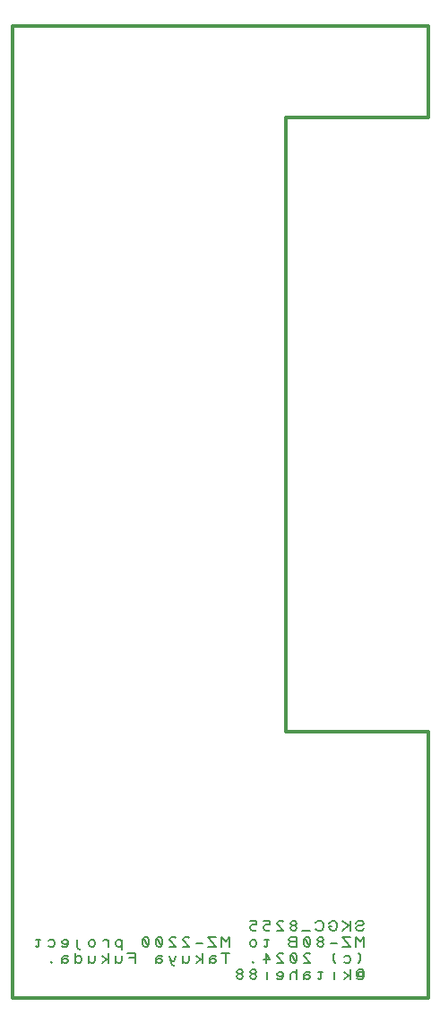
<source format=gbo>
G04 DesignSpark PCB Gerber Version 11.0 Build 5877*
%FSLAX35Y35*%
%MOIN*%
%ADD28C,0.00500*%
%ADD10C,0.01200*%
X0Y0D02*
D02*
D10*
X87779Y25765D02*
Y387128D01*
X242514D01*
Y353055D01*
X189685D01*
Y124858D01*
X242514D01*
Y25765D01*
X87779D01*
D02*
D28*
X218756Y51710D02*
X218444Y51085D01*
X217819Y50772D01*
X216569D01*
X215944Y51085D01*
X215631Y51710D01*
X215944Y52335D01*
X216569Y52647D01*
X217819D01*
X218444Y52960D01*
X218756Y53585D01*
X218444Y54210D01*
X217819Y54522D01*
X216569D01*
X215944Y54210D01*
X215631Y53585D01*
X213756Y50772D02*
Y54522D01*
Y52647D02*
X212819D01*
X210631Y54522D01*
X212819Y52647D02*
X210631Y50772D01*
X206569Y52335D02*
X205631D01*
Y52022D01*
X205944Y51397D01*
X206256Y51085D01*
X206881Y50772D01*
X207506D01*
X208131Y51085D01*
X208444Y51397D01*
X208756Y52022D01*
Y53272D01*
X208444Y53897D01*
X208131Y54210D01*
X207506Y54522D01*
X206881D01*
X206256Y54210D01*
X205944Y53897D01*
X205631Y53272D01*
X200631Y51397D02*
X200944Y51085D01*
X201569Y50772D01*
X202506D01*
X203131Y51085D01*
X203444Y51397D01*
X203756Y52022D01*
Y53272D01*
X203444Y53897D01*
X203131Y54210D01*
X202506Y54522D01*
X201569D01*
X200944Y54210D01*
X200631Y53897D01*
X198756Y50772D02*
X195631D01*
X192819Y52647D02*
X192194D01*
X191569Y52960D01*
X191256Y53585D01*
X191569Y54210D01*
X192194Y54522D01*
X192819D01*
X193444Y54210D01*
X193756Y53585D01*
X193444Y52960D01*
X192819Y52647D01*
X193444Y52335D01*
X193756Y51710D01*
X193444Y51085D01*
X192819Y50772D01*
X192194D01*
X191569Y51085D01*
X191256Y51710D01*
X191569Y52335D01*
X192194Y52647D01*
X186256Y50772D02*
X188756D01*
X186569Y52960D01*
X186256Y53585D01*
X186569Y54210D01*
X187194Y54522D01*
X188131D01*
X188756Y54210D01*
X183756Y51085D02*
X183131Y50772D01*
X182194D01*
X181569Y51085D01*
X181256Y51710D01*
Y52022D01*
X181569Y52647D01*
X182194Y52960D01*
X183756D01*
Y54522D01*
X181256D01*
X178756Y51085D02*
X178131Y50772D01*
X177194D01*
X176569Y51085D01*
X176256Y51710D01*
Y52022D01*
X176569Y52647D01*
X177194Y52960D01*
X178756D01*
Y54522D01*
X176256D01*
X218756Y44772D02*
Y48522D01*
X217194Y46647D01*
X215631Y48522D01*
Y44772D01*
X213756Y48522D02*
X210631D01*
X213756Y44772D01*
X210631D01*
X208756Y46022D02*
X206256D01*
X202819Y46647D02*
X202194D01*
X201569Y46960D01*
X201256Y47585D01*
X201569Y48210D01*
X202194Y48522D01*
X202819D01*
X203444Y48210D01*
X203756Y47585D01*
X203444Y46960D01*
X202819Y46647D01*
X203444Y46335D01*
X203756Y45710D01*
X203444Y45085D01*
X202819Y44772D01*
X202194D01*
X201569Y45085D01*
X201256Y45710D01*
X201569Y46335D01*
X202194Y46647D01*
X198444Y45085D02*
X197819Y44772D01*
X197194D01*
X196569Y45085D01*
X196256Y45710D01*
Y47585D01*
X196569Y48210D01*
X197194Y48522D01*
X197819D01*
X198444Y48210D01*
X198756Y47585D01*
Y45710D01*
X198444Y45085D01*
X196569Y48210D01*
X191569Y46647D02*
X190944Y46335D01*
X190631Y45710D01*
X190944Y45085D01*
X191569Y44772D01*
X193756D01*
Y48522D01*
X191569D01*
X190944Y48210D01*
X190631Y47585D01*
X190944Y46960D01*
X191569Y46647D01*
X193756D01*
X183235Y47272D02*
X181777D01*
X182506Y47897D02*
Y45085D01*
X182194Y44772D01*
X181881D01*
X181569Y45085D01*
X178756Y45710D02*
X178444Y45085D01*
X177819Y44772D01*
X177194D01*
X176569Y45085D01*
X176256Y45710D01*
Y46335D01*
X176569Y46960D01*
X177194Y47272D01*
X177819D01*
X178444Y46960D01*
X178756Y46335D01*
Y45710D01*
X168756Y44772D02*
Y48522D01*
X167194Y46647D01*
X165631Y48522D01*
Y44772D01*
X163756Y48522D02*
X160631D01*
X163756Y44772D01*
X160631D01*
X158756Y46022D02*
X156256D01*
X151256Y44772D02*
X153756D01*
X151569Y46960D01*
X151256Y47585D01*
X151569Y48210D01*
X152194Y48522D01*
X153131D01*
X153756Y48210D01*
X146256Y44772D02*
X148756D01*
X146569Y46960D01*
X146256Y47585D01*
X146569Y48210D01*
X147194Y48522D01*
X148131D01*
X148756Y48210D01*
X143444Y45085D02*
X142819Y44772D01*
X142194D01*
X141569Y45085D01*
X141256Y45710D01*
Y47585D01*
X141569Y48210D01*
X142194Y48522D01*
X142819D01*
X143444Y48210D01*
X143756Y47585D01*
Y45710D01*
X143444Y45085D01*
X141569Y48210D01*
X138444Y45085D02*
X137819Y44772D01*
X137194D01*
X136569Y45085D01*
X136256Y45710D01*
Y47585D01*
X136569Y48210D01*
X137194Y48522D01*
X137819D01*
X138444Y48210D01*
X138756Y47585D01*
Y45710D01*
X138444Y45085D01*
X136569Y48210D01*
X128756Y47272D02*
Y43835D01*
Y45710D02*
X128444Y45085D01*
X127819Y44772D01*
X127194D01*
X126569Y45085D01*
X126256Y45710D01*
Y46335D01*
X126569Y46960D01*
X127194Y47272D01*
X127819D01*
X128444Y46960D01*
X128756Y46335D01*
Y45710D01*
X123756Y44772D02*
Y47272D01*
Y46335D02*
X123444Y46960D01*
X122819Y47272D01*
X122194D01*
X121569Y46960D01*
X118756Y45710D02*
X118444Y45085D01*
X117819Y44772D01*
X117194D01*
X116569Y45085D01*
X116256Y45710D01*
Y46335D01*
X116569Y46960D01*
X117194Y47272D01*
X117819D01*
X118444Y46960D01*
X118756Y46335D01*
Y45710D01*
X113444Y44147D02*
X112819Y43835D01*
X112194Y44147D01*
X111881Y44772D01*
Y47272D01*
Y48210D02*
X106256Y45085D02*
X106569Y44772D01*
X107194D01*
X107819D01*
X108444Y45085D01*
X108756Y45710D01*
Y46647D01*
X108444Y46960D01*
X107819Y47272D01*
X107194D01*
X106569Y46960D01*
X106256Y46647D01*
Y46335D01*
X106569Y46022D01*
X107194Y45710D01*
X107819D01*
X108444Y46022D01*
X108756Y46335D01*
X101256Y46960D02*
X101881Y47272D01*
X102819D01*
X103444Y46960D01*
X103756Y46335D01*
Y45710D01*
X103444Y45085D01*
X102819Y44772D01*
X101881D01*
X101256Y45085D01*
X98235Y47272D02*
X96777D01*
X97506Y47897D02*
Y45085D01*
X97194Y44772D01*
X96881D01*
X96569Y45085D01*
X216569Y38772D02*
X217194Y39710D01*
Y41897D01*
X216569Y42522D01*
X211256Y40960D02*
X211881Y41272D01*
X212819D01*
X213444Y40960D01*
X213756Y40335D01*
Y39710D01*
X213444Y39085D01*
X212819Y38772D01*
X211881D01*
X211256Y39085D01*
X207819Y38772D02*
X207194Y39710D01*
Y41897D01*
X207819Y42522D01*
X196256Y38772D02*
X198756D01*
X196569Y40960D01*
X196256Y41585D01*
X196569Y42210D01*
X197194Y42522D01*
X198131D01*
X198756Y42210D01*
X193444Y39085D02*
X192819Y38772D01*
X192194D01*
X191569Y39085D01*
X191256Y39710D01*
Y41585D01*
X191569Y42210D01*
X192194Y42522D01*
X192819D01*
X193444Y42210D01*
X193756Y41585D01*
Y39710D01*
X193444Y39085D01*
X191569Y42210D01*
X186256Y38772D02*
X188756D01*
X186569Y40960D01*
X186256Y41585D01*
X186569Y42210D01*
X187194Y42522D01*
X188131D01*
X188756Y42210D01*
X182194Y38772D02*
Y42522D01*
X183756Y40022D01*
X181256D01*
X177506Y38772D02*
X177194Y39085D01*
Y39397D01*
X167194Y38772D02*
Y42522D01*
X168756D02*
X165631D01*
X163756Y40960D02*
X163131Y41272D01*
X162194D01*
X161569Y40960D01*
X161256Y40335D01*
Y39397D01*
X161569Y39085D01*
X162194Y38772D01*
X162819D01*
X163444Y39085D01*
X163756Y39397D01*
Y39710D01*
X163444Y40022D01*
X162819Y40335D01*
X162194D01*
X161569Y40022D01*
X161256Y39710D01*
Y39397D02*
Y38772D01*
X158756D02*
Y42522D01*
Y40022D02*
X157819D01*
X156256Y41272D01*
X157819Y40022D02*
X156256Y38772D01*
X153756Y41272D02*
Y39710D01*
X153444Y39085D01*
X152819Y38772D01*
X152194D01*
X151569Y39085D01*
X151256Y39710D01*
Y41272D02*
Y38772D01*
X148756Y41272D02*
X148444Y40022D01*
X147819Y39397D01*
X147194D01*
X146569Y40022D01*
X146256Y41272D01*
X146569Y40022D02*
X146881Y38772D01*
X147194Y38147D01*
X147819Y37835D01*
X148444Y38147D01*
X143756Y40960D02*
X143131Y41272D01*
X142194D01*
X141569Y40960D01*
X141256Y40335D01*
Y39397D01*
X141569Y39085D01*
X142194Y38772D01*
X142819D01*
X143444Y39085D01*
X143756Y39397D01*
Y39710D01*
X143444Y40022D01*
X142819Y40335D01*
X142194D01*
X141569Y40022D01*
X141256Y39710D01*
Y39397D02*
Y38772D01*
X133756D02*
Y42522D01*
X130631D01*
X131256Y40647D02*
X133756D01*
X128756Y41272D02*
Y39710D01*
X128444Y39085D01*
X127819Y38772D01*
X127194D01*
X126569Y39085D01*
X126256Y39710D01*
Y41272D02*
Y38772D01*
X123756D02*
Y42522D01*
Y40022D02*
X122819D01*
X121256Y41272D01*
X122819Y40022D02*
X121256Y38772D01*
X118756Y41272D02*
Y39710D01*
X118444Y39085D01*
X117819Y38772D01*
X117194D01*
X116569Y39085D01*
X116256Y39710D01*
Y41272D02*
Y38772D01*
X111256Y40335D02*
X111569Y40960D01*
X112194Y41272D01*
X112819D01*
X113444Y40960D01*
X113756Y40335D01*
Y39710D01*
X113444Y39085D01*
X112819Y38772D01*
X112194D01*
X111569Y39085D01*
X111256Y39710D01*
Y38772D02*
Y42522D01*
X108756Y40960D02*
X108131Y41272D01*
X107194D01*
X106569Y40960D01*
X106256Y40335D01*
Y39397D01*
X106569Y39085D01*
X107194Y38772D01*
X107819D01*
X108444Y39085D01*
X108756Y39397D01*
Y39710D01*
X108444Y40022D01*
X107819Y40335D01*
X107194D01*
X106569Y40022D01*
X106256Y39710D01*
Y39397D02*
Y38772D01*
X102506D02*
X102194Y39085D01*
Y39397D01*
X215944Y33085D02*
X216569Y32772D01*
X217819D01*
X218444Y33085D01*
X218756Y33710D01*
Y35585D01*
X218444Y36210D01*
X217819Y36522D01*
X216881D01*
X216256Y36210D01*
X215944Y35585D01*
Y34022D01*
X216256Y33710D01*
X216569Y34022D01*
Y35272D01*
X216881Y35585D01*
X217819D01*
X218131Y35272D01*
Y34022D01*
X217819Y33710D01*
X216881D01*
X216569Y34022D01*
X213756Y32772D02*
Y36522D01*
Y34022D02*
X212819D01*
X211256Y35272D01*
X212819Y34022D02*
X211256Y32772D01*
X207506D02*
Y35272D01*
Y36210D02*
X203235Y35272D02*
X201777D01*
X202506Y35897D02*
Y33085D01*
X202194Y32772D01*
X201881D01*
X201569Y33085D01*
X198756Y34960D02*
X198131Y35272D01*
X197194D01*
X196569Y34960D01*
X196256Y34335D01*
Y33397D01*
X196569Y33085D01*
X197194Y32772D01*
X197819D01*
X198444Y33085D01*
X198756Y33397D01*
Y33710D01*
X198444Y34022D01*
X197819Y34335D01*
X197194D01*
X196569Y34022D01*
X196256Y33710D01*
Y33397D02*
Y32772D01*
X193756D02*
Y36522D01*
Y34335D02*
X193444Y34960D01*
X192819Y35272D01*
X192194D01*
X191569Y34960D01*
X191256Y34335D01*
Y32772D01*
X186256Y33085D02*
X186569Y32772D01*
X187194D01*
X187819D01*
X188444Y33085D01*
X188756Y33710D01*
Y34647D01*
X188444Y34960D01*
X187819Y35272D01*
X187194D01*
X186569Y34960D01*
X186256Y34647D01*
Y34335D01*
X186569Y34022D01*
X187194Y33710D01*
X187819D01*
X188444Y34022D01*
X188756Y34335D01*
X182506Y32772D02*
Y35272D01*
Y36210D02*
X177819Y34647D02*
X177194D01*
X176569Y34960D01*
X176256Y35585D01*
X176569Y36210D01*
X177194Y36522D01*
X177819D01*
X178444Y36210D01*
X178756Y35585D01*
X178444Y34960D01*
X177819Y34647D01*
X178444Y34335D01*
X178756Y33710D01*
X178444Y33085D01*
X177819Y32772D01*
X177194D01*
X176569Y33085D01*
X176256Y33710D01*
X176569Y34335D01*
X177194Y34647D01*
X172819D02*
X172194D01*
X171569Y34960D01*
X171256Y35585D01*
X171569Y36210D01*
X172194Y36522D01*
X172819D01*
X173444Y36210D01*
X173756Y35585D01*
X173444Y34960D01*
X172819Y34647D01*
X173444Y34335D01*
X173756Y33710D01*
X173444Y33085D01*
X172819Y32772D01*
X172194D01*
X171569Y33085D01*
X171256Y33710D01*
X171569Y34335D01*
X172194Y34647D01*
X0Y0D02*
M02*

</source>
